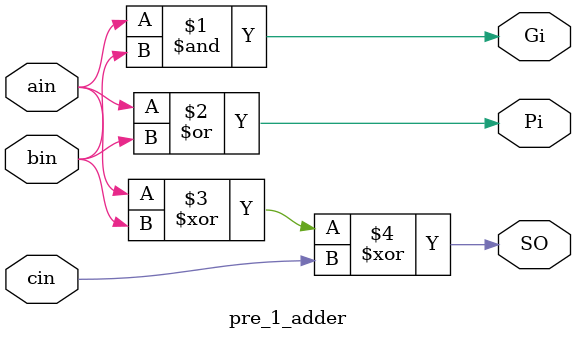
<source format=v>
module pre_1_adder(
  input ain,
  input bin,
  input cin,

  output SO,
  output Gi,
  output Pi
  );

  assign Gi = ain & bin;
  assign Pi = ain | bin;
  
  assign SO = ain ^ bin ^ cin;
    
endmodule //pre_1_adder


</source>
